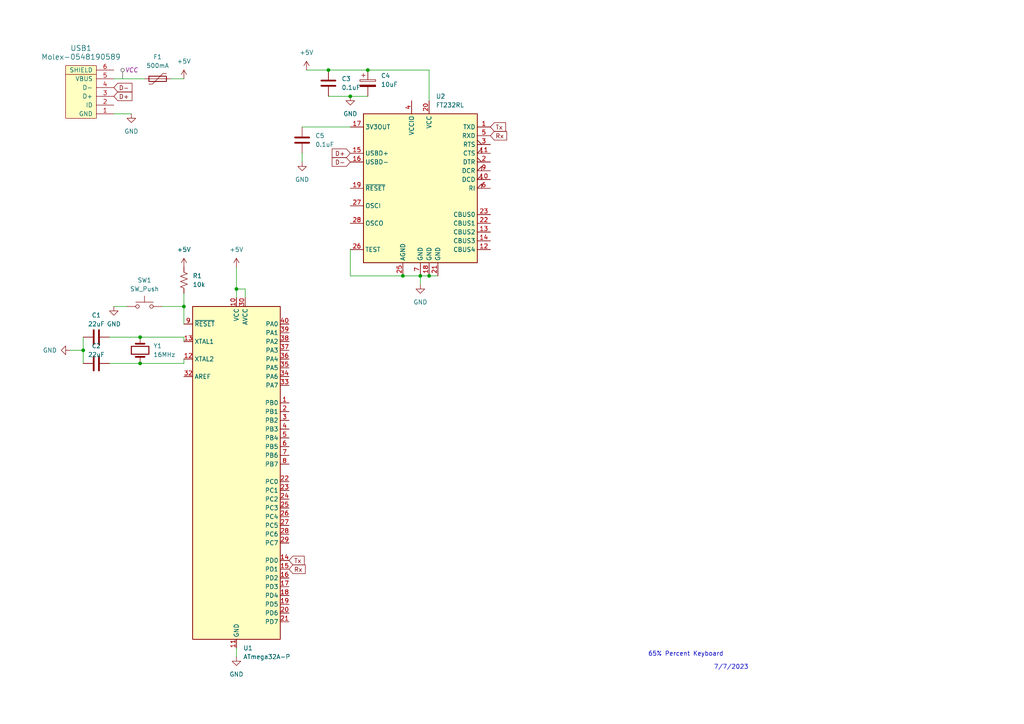
<source format=kicad_sch>
(kicad_sch (version 20230121) (generator eeschema)
  (paper "A4")
  (lib_symbols
    (symbol "Device:C" (pin_numbers hide) (pin_names (offset 0.254))
      (property "Reference" "C" (at 0.635 2.54 0))
      (property "Value" "C" (at 0.635 -2.54 0))
      (symbol "C_0_1"
        (polyline (pts (xy -2.032 -0.762) (xy 2.032 -0.762)) (stroke (width 0.508)))
        (polyline (pts (xy -2.032 0.762) (xy 2.032 0.762)) (stroke (width 0.508)))
      )
      (symbol "C_1_1"
        (pin passive line (at 0 3.81 270) (length 2.794) (name "~") (number "1"))
        (pin passive line (at 0 -3.81 90) (length 2.794) (name "~") (number "2"))
      )
    )
    (symbol "Device:C_Polarized" (pin_numbers hide) (pin_names (offset 0.254))
      (property "Reference" "C" (at 0.635 2.54 0))
      (property "Value" "C_Polarized" (at 0.635 -2.54 0))
      (symbol "C_Polarized_0_1"
        (rectangle (start -2.286 0.508) (end 2.286 1.016))
        (polyline (pts (xy -1.778 2.286) (xy -0.762 2.286)))
        (polyline (pts (xy -1.27 2.794) (xy -1.27 1.778)))
        (rectangle (start 2.286 -0.508) (end -2.286 -1.016) (fill (type outline)))
      )
      (symbol "C_Polarized_1_1"
        (pin passive line (at 0 3.81 270) (length 2.794) (name "~") (number "1"))
        (pin passive line (at 0 -3.81 90) (length 2.794) (name "~") (number "2"))
      )
    )
    (symbol "Device:Crystal" (pin_numbers hide) (pin_names (offset 1.016) hide)
      (property "Reference" "Y" (at 0 3.81 0))
      (property "Value" "Crystal" (at 0 -3.81 0))
      (symbol "Crystal_0_1"
        (rectangle (start -1.143 2.54) (end 1.143 -2.54) (stroke (width 0.3048)))
        (polyline (pts (xy -2.54 0) (xy -1.905 0)))
        (polyline (pts (xy -1.905 -1.27) (xy -1.905 1.27)) (stroke (width 0.508)))
        (polyline (pts (xy 1.905 -1.27) (xy 1.905 1.27)) (stroke (width 0.508)))
        (polyline (pts (xy 2.54 0) (xy 1.905 0)))
      )
      (symbol "Crystal_1_1"
        (pin passive line (at -3.81 0 0) (length 1.27) (name "1") (number "1"))
        (pin passive line (at 3.81 0 180) (length 1.27) (name "2") (number "2"))
      )
    )
    (symbol "Device:Polyfuse" (pin_numbers hide) (pin_names (offset 0))
      (property "Reference" "F" (at -2.54 0 90))
      (property "Value" "Polyfuse" (at 2.54 0 90))
      (symbol "Polyfuse_0_1"
        (rectangle (start -0.762 2.54) (end 0.762 -2.54) (stroke (width 0.254)))
        (polyline (pts (xy 0 2.54) (xy 0 -2.54)))
        (polyline (pts (xy -1.524 2.54) (xy -1.524 1.524) (xy 1.524 -1.524) (xy 1.524 -2.54)))
      )
      (symbol "Polyfuse_1_1"
        (pin passive line (at 0 3.81 270) (length 1.27) (name "~") (number "1"))
        (pin passive line (at 0 -3.81 90) (length 1.27) (name "~") (number "2"))
      )
    )
    (symbol "Device:R_US" (pin_numbers hide) (pin_names (offset 0))
      (property "Reference" "R" (at 2.54 0 90))
      (property "Value" "R_US" (at -2.54 0 90))
      (symbol "R_US_0_1"
        (polyline (pts (xy 0 -2.286) (xy 0 -2.54)))
        (polyline (pts (xy 0 2.286) (xy 0 2.54)))
        (polyline (pts (xy 0 -0.762) (xy 1.016 -1.143) (xy 0 -1.524) (xy -1.016 -1.905) (xy 0 -2.286)))
        (polyline (pts (xy 0 0.762) (xy 1.016 0.381) (xy 0 0) (xy -1.016 -0.381) (xy 0 -0.762)))
        (polyline (pts (xy 0 2.286) (xy 1.016 1.905) (xy 0 1.524) (xy -1.016 1.143) (xy 0 0.762)))
      )
      (symbol "R_US_1_1"
        (pin passive line (at 0 3.81 270) (length 1.27) (name "~") (number "1"))
        (pin passive line (at 0 -3.81 90) (length 1.27) (name "~") (number "2"))
      )
    )
    (symbol "Interface_USB:FT232RL"
      (property "Reference" "U" (at -16.51 22.86 0))
      (property "Value" "FT232RL" (at 10.16 22.86 0))
      (symbol "FT232RL_0_1"
        (rectangle (start -16.51 21.59) (end 16.51 -21.59) (stroke (width 0.254)) (fill (type background)))
      )
      (symbol "FT232RL_1_1"
        (pin output line (at 20.32 17.78 180) (length 3.81) (name "TXD") (number "1"))
        (pin input input_low (at 20.32 2.54 180) (length 3.81) (name "DCD") (number "10"))
        (pin input input_low (at 20.32 10.16 180) (length 3.81) (name "CTS") (number "11"))
        (pin bidirectional line (at 20.32 -17.78 180) (length 3.81) (name "CBUS4") (number "12"))
        (pin bidirectional line (at 20.32 -12.7 180) (length 3.81) (name "CBUS2") (number "13"))
        (pin bidirectional line (at 20.32 -15.24 180) (length 3.81) (name "CBUS3") (number "14"))
        (pin bidirectional line (at -20.32 10.16 0) (length 3.81) (name "USBD+") (number "15"))
        (pin bidirectional line (at -20.32 7.62 0) (length 3.81) (name "USBD-") (number "16"))
        (pin power_out line (at -20.32 17.78 0) (length 3.81) (name "3V3OUT") (number "17"))
        (pin power_in line (at 2.54 -25.4 90) (length 3.81) (name "GND") (number "18"))
        (pin input line (at -20.32 0 0) (length 3.81) (name "~{RESET}") (number "19"))
        (pin output output_low (at 20.32 7.62 180) (length 3.81) (name "DTR") (number "2"))
        (pin power_in line (at 2.54 25.4 270) (length 3.81) (name "VCC") (number "20"))
        (pin power_in line (at 5.08 -25.4 90) (length 3.81) (name "GND") (number "21"))
        (pin bidirectional line (at 20.32 -10.16 180) (length 3.81) (name "CBUS1") (number "22"))
        (pin bidirectional line (at 20.32 -7.62 180) (length 3.81) (name "CBUS0") (number "23"))
        (pin power_in line (at -5.08 -25.4 90) (length 3.81) (name "AGND") (number "25"))
        (pin input line (at -20.32 -17.78 0) (length 3.81) (name "TEST") (number "26"))
        (pin input line (at -20.32 -5.08 0) (length 3.81) (name "OSCI") (number "27"))
        (pin output line (at -20.32 -10.16 0) (length 3.81) (name "OSCO") (number "28"))
        (pin output output_low (at 20.32 12.7 180) (length 3.81) (name "RTS") (number "3"))
        (pin power_in line (at -2.54 25.4 270) (length 3.81) (name "VCCIO") (number "4"))
        (pin input line (at 20.32 15.24 180) (length 3.81) (name "RXD") (number "5"))
        (pin input input_low (at 20.32 0 180) (length 3.81) (name "RI") (number "6"))
        (pin power_in line (at 0 -25.4 90) (length 3.81) (name "GND") (number "7"))
        (pin input input_low (at 20.32 5.08 180) (length 3.81) (name "DCR") (number "9"))
      )
    )
    (symbol "MCU_Microchip_ATmega:ATmega32A-P"
      (property "Reference" "U" (at -12.7 49.53 0))
      (property "Value" "ATmega32A-P" (at 2.54 -49.53 0))
      (symbol "ATmega32A-P_0_1"
        (rectangle (start -12.7 -48.26) (end 12.7 48.26) (stroke (width 0.254)) (fill (type background)))
      )
      (symbol "ATmega32A-P_1_1"
        (pin bidirectional line (at 15.24 20.32 180) (length 2.54) (name "PB0") (number "1"))
        (pin power_in line (at 0 50.8 270) (length 2.54) (name "VCC") (number "10"))
        (pin power_in line (at 0 -50.8 90) (length 2.54) (name "GND") (number "11"))
        (pin output line (at -15.24 33.02 0) (length 2.54) (name "XTAL2") (number "12"))
        (pin input line (at -15.24 38.1 0) (length 2.54) (name "XTAL1") (number "13"))
        (pin bidirectional line (at 15.24 -25.4 180) (length 2.54) (name "PD0") (number "14"))
        (pin bidirectional line (at 15.24 -27.94 180) (length 2.54) (name "PD1") (number "15"))
        (pin bidirectional line (at 15.24 -30.48 180) (length 2.54) (name "PD2") (number "16"))
        (pin bidirectional line (at 15.24 -33.02 180) (length 2.54) (name "PD3") (number "17"))
        (pin bidirectional line (at 15.24 -35.56 180) (length 2.54) (name "PD4") (number "18"))
        (pin bidirectional line (at 15.24 -38.1 180) (length 2.54) (name "PD5") (number "19"))
        (pin bidirectional line (at 15.24 17.78 180) (length 2.54) (name "PB1") (number "2"))
        (pin bidirectional line (at 15.24 -40.64 180) (length 2.54) (name "PD6") (number "20"))
        (pin bidirectional line (at 15.24 -43.18 180) (length 2.54) (name "PD7") (number "21"))
        (pin bidirectional line (at 15.24 -2.54 180) (length 2.54) (name "PC0") (number "22"))
        (pin bidirectional line (at 15.24 -5.08 180) (length 2.54) (name "PC1") (number "23"))
        (pin bidirectional line (at 15.24 -7.62 180) (length 2.54) (name "PC2") (number "24"))
        (pin bidirectional line (at 15.24 -10.16 180) (length 2.54) (name "PC3") (number "25"))
        (pin bidirectional line (at 15.24 -12.7 180) (length 2.54) (name "PC4") (number "26"))
        (pin bidirectional line (at 15.24 -15.24 180) (length 2.54) (name "PC5") (number "27"))
        (pin bidirectional line (at 15.24 -17.78 180) (length 2.54) (name "PC6") (number "28"))
        (pin bidirectional line (at 15.24 -20.32 180) (length 2.54) (name "PC7") (number "29"))
        (pin bidirectional line (at 15.24 15.24 180) (length 2.54) (name "PB2") (number "3"))
        (pin power_in line (at 2.54 50.8 270) (length 2.54) (name "AVCC") (number "30"))
        (pin passive line (at 0 -50.8 90) (length 2.54) hide (name "GND") (number "31"))
        (pin passive line (at -15.24 27.94 0) (length 2.54) (name "AREF") (number "32"))
        (pin bidirectional line (at 15.24 25.4 180) (length 2.54) (name "PA7") (number "33"))
        (pin bidirectional line (at 15.24 27.94 180) (length 2.54) (name "PA6") (number "34"))
        (pin bidirectional line (at 15.24 30.48 180) (length 2.54) (name "PA5") (number "35"))
        (pin bidirectional line (at 15.24 33.02 180) (length 2.54) (name "PA4") (number "36"))
        (pin bidirectional line (at 15.24 35.56 180) (length 2.54) (name "PA3") (number "37"))
        (pin bidirectional line (at 15.24 38.1 180) (length 2.54) (name "PA2") (number "38"))
        (pin bidirectional line (at 15.24 40.64 180) (length 2.54) (name "PA1") (number "39"))
        (pin bidirectional line (at 15.24 12.7 180) (length 2.54) (name "PB3") (number "4"))
        (pin bidirectional line (at 15.24 43.18 180) (length 2.54) (name "PA0") (number "40"))
        (pin bidirectional line (at 15.24 10.16 180) (length 2.54) (name "PB4") (number "5"))
        (pin bidirectional line (at 15.24 7.62 180) (length 2.54) (name "PB5") (number "6"))
        (pin bidirectional line (at 15.24 5.08 180) (length 2.54) (name "PB6") (number "7"))
        (pin bidirectional line (at 15.24 2.54 180) (length 2.54) (name "PB7") (number "8"))
        (pin input line (at -15.24 43.18 0) (length 2.54) (name "~{RESET}") (number "9"))
      )
    )
    (symbol "Switch:SW_Push" (pin_numbers hide) (pin_names (offset 1.016) hide)
      (property "Reference" "SW" (at 1.27 2.54 0))
      (property "Value" "SW_Push" (at 0 -1.524 0))
      (symbol "SW_Push_0_1"
        (circle (center -2.032 0) (radius 0.508))
        (polyline (pts (xy 0 1.27) (xy 0 3.048)))
        (polyline (pts (xy 2.54 1.27) (xy -2.54 1.27)))
        (circle (center 2.032 0) (radius 0.508))
        (pin passive line (at -5.08 0 0) (length 2.54) (name "1") (number "1"))
        (pin passive line (at 5.08 0 180) (length 2.54) (name "2") (number "2"))
      )
    )
    (symbol "power:+5V" (power) (pin_names (offset 0))
      (property "Value" "+5V" (at 0 3.556 0))
      (symbol "+5V_0_1"
        (polyline (pts (xy -0.762 1.27) (xy 0 2.54)))
        (polyline (pts (xy 0 0) (xy 0 2.54)))
        (polyline (pts (xy 0 2.54) (xy 0.762 1.27)))
      )
      (symbol "+5V_1_1"
        (pin power_in line (at 0 0 90) (length 0) hide (name "+5V") (number "1"))
      )
    )
    (symbol "power:GND" (power) (pin_names (offset 0))
      (property "Value" "GND" (at 0 -3.81 0))
      (symbol "GND_0_1"
        (polyline (pts (xy 0 0) (xy 0 -1.27) (xy 1.27 -1.27) (xy 0 -2.54) (xy -1.27 -1.27) (xy 0 -1.27)))
      )
      (symbol "GND_1_1"
        (pin power_in line (at 0 0 270) (length 0) hide (name "GND") (number "1"))
      )
    )
    (symbol "random-keyboard-parts:Molex-0548190589" (pin_names (offset 1.016))
      (property "Reference" "USB" (at 0 7.62 0))
      (property "Value" "Molex-0548190589" (at 0 10.16 0))
      (symbol "Molex-0548190589_0_0"
        (polyline (pts (xy 6.35 -2.54) (xy 6.35 6.35)))
        (rectangle (start 8.89 -2.54) (end -6.35 6.35) (fill (type background)))
      )
      (symbol "Molex-0548190589_1_1"
        (pin input line (at -5.08 -7.62 90) (length 5.08) (name "GND") (number "1"))
        (pin input line (at -2.54 -7.62 90) (length 5.08) (name "ID") (number "2"))
        (pin input line (at 0 -7.62 90) (length 5.08) (name "D+") (number "3"))
        (pin input line (at 2.54 -7.62 90) (length 5.08) (name "D-") (number "4"))
        (pin input line (at 5.08 -7.62 90) (length 5.08) (name "VBUS") (number "5"))
        (pin input line (at 7.62 -7.62 90) (length 5.08) (name "SHIELD") (number "6"))
      )
    )
  )
  (junction (at 53.34 88.9))
  (junction (at 121.92 80.01))
  (junction (at 124.46 80.01))
  (junction (at 24.13 101.6))
  (junction (at 40.64 105.41))
  (junction (at 68.58 83.82))
  (junction (at 106.68 20.32))
  (junction (at 101.6 27.94))
  (junction (at 40.64 97.79))
  (junction (at 95.25 20.32))
  (junction (at 116.84 80.01))
  (wire (pts (xy 95.25 27.94) (xy 101.6 27.94)))
  (wire (pts (xy 71.12 83.82) (xy 71.12 86.36)))
  (wire (pts (xy 87.63 36.83) (xy 101.6 36.83)))
  (wire (pts (xy 106.68 20.32) (xy 124.46 20.32)))
  (wire (pts (xy 24.13 97.79) (xy 24.13 101.6)))
  (wire (pts (xy 124.46 20.32) (xy 124.46 29.21)))
  (wire (pts (xy 49.53 22.86) (xy 53.34 22.86)))
  (wire (pts (xy 53.34 88.9) (xy 53.34 93.98)))
  (wire (pts (xy 121.92 80.01) (xy 121.92 82.55)))
  (wire (pts (xy 20.32 101.6) (xy 24.13 101.6)))
  (wire (pts (xy 88.9 20.32) (xy 95.25 20.32)))
  (wire (pts (xy 101.6 27.94) (xy 106.68 27.94)))
  (wire (pts (xy 95.25 20.32) (xy 106.68 20.32)))
  (wire (pts (xy 24.13 101.6) (xy 24.13 105.41)))
  (wire (pts (xy 68.58 83.82) (xy 71.12 83.82)))
  (wire (pts (xy 33.02 33.02) (xy 38.1 33.02)))
  (wire (pts (xy 116.84 80.01) (xy 121.92 80.01)))
  (wire (pts (xy 33.02 22.86) (xy 41.91 22.86)))
  (wire (pts (xy 53.34 97.79) (xy 53.34 99.06)))
  (wire (pts (xy 121.92 80.01) (xy 124.46 80.01)))
  (wire (pts (xy 31.75 105.41) (xy 40.64 105.41)))
  (wire (pts (xy 53.34 105.41) (xy 53.34 104.14)))
  (wire (pts (xy 40.64 105.41) (xy 53.34 105.41)))
  (wire (pts (xy 46.99 88.9) (xy 53.34 88.9)))
  (wire (pts (xy 124.46 80.01) (xy 127 80.01)))
  (wire (pts (xy 101.6 80.01) (xy 116.84 80.01)))
  (wire (pts (xy 68.58 83.82) (xy 68.58 86.36)))
  (wire (pts (xy 68.58 187.96) (xy 68.58 190.5)))
  (wire (pts (xy 53.34 85.09) (xy 53.34 88.9)))
  (wire (pts (xy 40.64 97.79) (xy 53.34 97.79)))
  (wire (pts (xy 87.63 44.45) (xy 87.63 46.99)))
  (wire (pts (xy 101.6 72.39) (xy 101.6 80.01)))
  (wire (pts (xy 68.58 77.47) (xy 68.58 83.82)))
  (wire (pts (xy 36.83 88.9) (xy 33.02 88.9)))
  (wire (pts (xy 31.75 97.79) (xy 40.64 97.79)))
  (text "65% Percent Keyboard \n" (at 187.96 190.5 0) (effects (font (size 1.27 1.27)) (justify left bottom)))
  (text "7/7/2023" (at 207.01 194.31 0) (effects (font (size 1.27 1.27)) (justify left bottom)))
  (global_label "D-" (shape input) (at 33.02 25.4 0) (property "Intersheetrefs" "${INTERSHEET_REFS}" (effects hide)))
  (global_label "D-" (shape input) (at 101.6 46.99 180) (property "Intersheetrefs" "${INTERSHEET_REFS}" (effects hide)))
  (global_label "Rx" (shape input) (at 83.82 165.1 0) (property "Intersheetrefs" "${INTERSHEET_REFS}" (effects hide)))
  (global_label "Tx" (shape input) (at 83.82 162.56 0) (property "Intersheetrefs" "${INTERSHEET_REFS}" (effects hide)))
  (global_label "D+" (shape input) (at 33.02 27.94 0) (property "Intersheetrefs" "${INTERSHEET_REFS}" (effects hide)))
  (global_label "Rx" (shape input) (at 142.24 39.37 0) (property "Intersheetrefs" "${INTERSHEET_REFS}" (effects hide)))
  (global_label "Tx" (shape input) (at 142.24 36.83 0) (property "Intersheetrefs" "${INTERSHEET_REFS}" (effects hide)))
  (global_label "D+" (shape input) (at 101.6 44.45 180) (property "Intersheetrefs" "${INTERSHEET_REFS}" (effects hide)))
  (netclass_flag "" (length 2.54) (shape round) (at 35.56 22.86 0) (property "Netclass" "VCC" (at 36.2585 20.32 0) (effects (font italic) (justify left))))
  (symbol (lib_id "Device:Crystal") (at 40.64 101.6 90) (unit 1)
    (property "Reference" "Y1" (at 44.45 100.33 90) (effects (justify right)))
    (property "Value" "16MHz" (at 44.45 102.87 90) (effects (justify right)))
  )
  (symbol (lib_id "random-keyboard-parts:Molex-0548190589") (at 25.4 27.94 90) (unit 1)
    (property "Reference" "USB1" (at 23.495 13.97 90) (effects (font (size 1.524 1.524))))
    (property "Value" "Molex-0548190589" (at 23.495 16.51 90) (effects (font (size 1.524 1.524))))
  )
  (symbol (lib_id "power:GND") (at 33.02 88.9 0) (unit 1)
    (property "Reference" "#PWR05" (effects hide))
    (property "Value" "GND" (at 33.02 93.98 0))
  )
  (symbol (lib_id "Device:C") (at 27.94 105.41 90) (unit 1)
    (property "Reference" "C2" (at 27.94 100.33 90))
    (property "Value" "22uF" (at 27.94 102.87 90))
  )
  (symbol (lib_id "Device:Polyfuse") (at 45.72 22.86 90) (unit 1)
    (property "Reference" "F1" (at 45.72 16.51 90))
    (property "Value" "500mA" (at 45.72 19.05 90))
  )
  (symbol (lib_id "Device:C_Polarized") (at 106.68 24.13 0) (unit 1)
    (property "Reference" "C4" (at 110.49 21.971 0) (effects (justify left)))
    (property "Value" "10uF" (at 110.49 24.511 0) (effects (justify left)))
  )
  (symbol (lib_id "power:GND") (at 101.6 27.94 0) (unit 1)
    (property "Reference" "#PWR09" (effects hide))
    (property "Value" "GND" (at 101.6 33.02 0))
  )
  (symbol (lib_id "Interface_USB:FT232RL") (at 121.92 54.61 0) (unit 1)
    (property "Reference" "U2" (at 126.4159 27.94 0) (effects (justify left)))
    (property "Value" "FT232RL" (at 126.4159 30.48 0) (effects (justify left)))
    (property "Footprint" "Package_SO:SSOP-28_5.3x10.2mm_P0.65mm" (effects hide))
    (property "Datasheet" "https://www.ftdichip.com/Support/Documents/DataSheets/ICs/DS_FT232R.pdf" (effects hide))
  )
  (symbol (lib_id "Switch:SW_Push") (at 41.91 88.9 0) (unit 1)
    (property "Reference" "SW1" (at 41.91 81.28 0))
    (property "Value" "SW_Push" (at 41.91 83.82 0))
  )
  (symbol (lib_id "power:GND") (at 20.32 101.6 270) (unit 1)
    (property "Reference" "#PWR03" (effects hide))
    (property "Value" "GND" (at 16.51 101.6 90) (effects (justify right)))
  )
  (symbol (lib_id "Device:C") (at 95.25 24.13 0) (unit 1)
    (property "Reference" "C3" (at 99.06 22.86 0) (effects (justify left)))
    (property "Value" "0.1uF" (at 99.06 25.4 0) (effects (justify left)))
  )
  (symbol (lib_id "power:GND") (at 87.63 46.99 0) (unit 1)
    (property "Reference" "#PWR011" (effects hide))
    (property "Value" "GND" (at 87.63 52.07 0))
  )
  (symbol (lib_id "Device:C") (at 27.94 97.79 90) (unit 1)
    (property "Reference" "C1" (at 27.94 91.44 90))
    (property "Value" "22uF" (at 27.94 93.98 90))
  )
  (symbol (lib_id "power:GND") (at 121.92 82.55 0) (unit 1)
    (property "Reference" "#PWR08" (effects hide))
    (property "Value" "GND" (at 121.92 87.63 0))
  )
  (symbol (lib_id "power:+5V") (at 53.34 77.47 0) (unit 1)
    (property "Reference" "#PWR04" (effects hide))
    (property "Value" "+5V" (at 53.34 72.39 0))
  )
  (symbol (lib_id "power:GND") (at 68.58 190.5 0) (unit 1)
    (property "Reference" "#PWR01" (effects hide))
    (property "Value" "GND" (at 68.58 195.58 0))
  )
  (symbol (lib_id "Device:C") (at 87.63 40.64 0) (unit 1)
    (property "Reference" "C5" (at 91.44 39.37 0) (effects (justify left)))
    (property "Value" "0.1uF" (at 91.44 41.91 0) (effects (justify left)))
  )
  (symbol (lib_id "Device:R_US") (at 53.34 81.28 180) (unit 1)
    (property "Reference" "R1" (at 55.88 80.01 0) (effects (justify right)))
    (property "Value" "10k" (at 55.88 82.55 0) (effects (justify right)))
  )
  (symbol (lib_id "power:+5V") (at 53.34 22.86 0) (unit 1)
    (property "Reference" "#PWR06" (effects hide))
    (property "Value" "+5V" (at 53.34 17.78 0))
  )
  (symbol (lib_id "MCU_Microchip_ATmega:ATmega32A-P") (at 68.58 137.16 0) (unit 1)
    (property "Reference" "U1" (at 70.5359 187.96 0) (effects (justify left)))
    (property "Value" "ATmega32A-P" (at 70.5359 190.5 0) (effects (justify left)))
    (property "Footprint" "Package_DIP:DIP-40_W15.24mm" (effects hide))
    (property "Datasheet" "http://ww1.microchip.com/downloads/en/DeviceDoc/atmel-8155-8-bit-microcontroller-avr-atmega32a_datasheet.pdf" (effects hide))
  )
  (symbol (lib_id "power:+5V") (at 68.58 77.47 0) (unit 1)
    (property "Reference" "#PWR02" (effects hide))
    (property "Value" "+5V" (at 68.58 72.39 0))
  )
  (symbol (lib_id "power:GND") (at 38.1 33.02 0) (unit 1)
    (property "Reference" "#PWR07" (effects hide))
    (property "Value" "GND" (at 38.1 38.1 0))
  )
  (symbol (lib_id "power:+5V") (at 88.9 20.32 0) (unit 1)
    (property "Reference" "#PWR010" (effects hide))
    (property "Value" "+5V" (at 88.9 15.24 0))
  )
)
</source>
